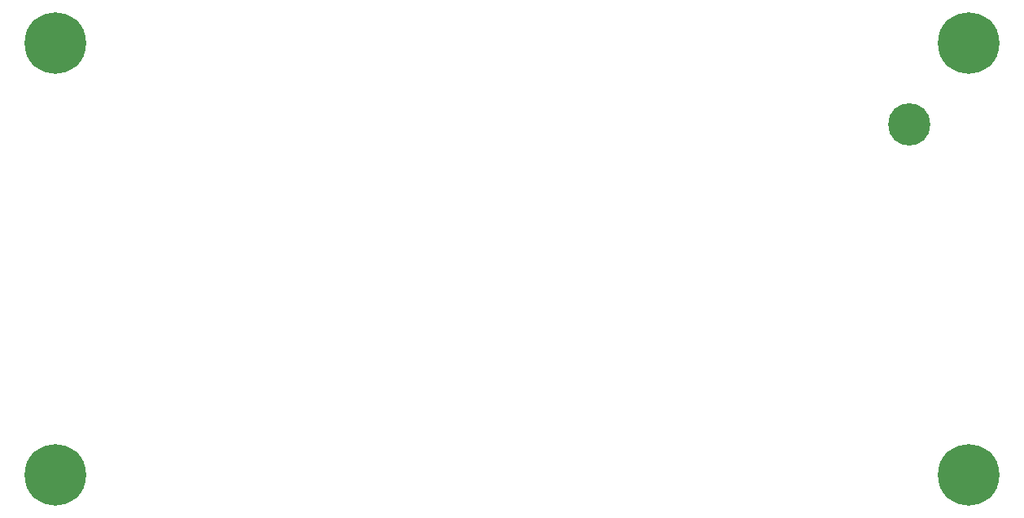
<source format=gbr>
G04 #@! TF.FileFunction,Soldermask,Bot*
%FSLAX46Y46*%
G04 Gerber Fmt 4.6, Leading zero omitted, Abs format (unit mm)*
G04 Created by KiCad (PCBNEW 4.0.4+e1-6308~48~ubuntu15.10.1-stable) date Thu Jan 25 11:02:50 2018*
%MOMM*%
%LPD*%
G01*
G04 APERTURE LIST*
%ADD10C,0.100000*%
%ADD11C,4.400000*%
%ADD12C,6.400000*%
G04 APERTURE END LIST*
D10*
D11*
X238013240Y-76570840D03*
D12*
X149164040Y-113101120D03*
X244190520Y-113090960D03*
X244190520Y-68102480D03*
X149153880Y-68102480D03*
M02*

</source>
